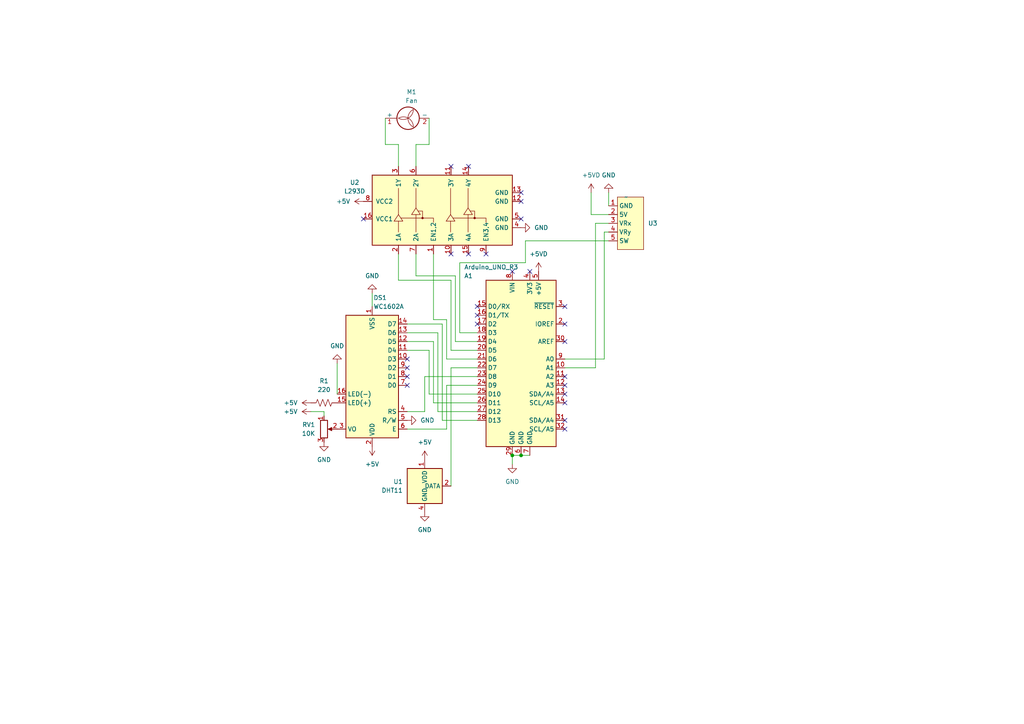
<source format=kicad_sch>
(kicad_sch (version 20230121) (generator eeschema)
  (paper "A4")
  (lib_symbols
    (symbol "Custom Library:Joystick_Module"
      (property "Reference" "U" (at 1.27 1.27 0))
      (symbol "Joystick_Module_1_1"
        (rectangle (start -2.54 0) (end 5.08 -15.24) (fill (type background)))
        (pin power_in line (at -5.08 -2.54 0) (length 2.54) (name "GND") (number "1"))
        (pin power_in line (at -5.08 -5.08 0) (length 2.54) (name "5V") (number "2"))
        (pin output line (at -5.08 -7.62 0) (length 2.54) (name "VRx") (number "3"))
        (pin output line (at -5.08 -10.16 0) (length 2.54) (name "VRy") (number "4"))
        (pin output line (at -5.08 -12.7 0) (length 2.54) (name "SW") (number "5"))
      )
    )
    (symbol "Device:R_Potentiometer" (pin_names (offset 1.016) hide)
      (property "Reference" "RV" (at -4.445 0 90))
      (property "Value" "R_Potentiometer" (at -2.54 0 90))
      (symbol "R_Potentiometer_0_1"
        (polyline (pts (xy 2.54 0) (xy 1.524 0)))
        (polyline (pts (xy 1.143 0) (xy 2.286 0.508) (xy 2.286 -0.508) (xy 1.143 0)) (fill (type outline)))
        (rectangle (start 1.016 2.54) (end -1.016 -2.54) (stroke (width 0.254)))
      )
      (symbol "R_Potentiometer_1_1"
        (pin passive line (at 0 3.81 270) (length 1.27) (name "1") (number "1"))
        (pin passive line (at 3.81 0 180) (length 1.27) (name "2") (number "2"))
        (pin passive line (at 0 -3.81 90) (length 1.27) (name "3") (number "3"))
      )
    )
    (symbol "Device:R_US" (pin_numbers hide) (pin_names (offset 0))
      (property "Reference" "R" (at 2.54 0 90))
      (property "Value" "R_US" (at -2.54 0 90))
      (symbol "R_US_0_1"
        (polyline (pts (xy 0 -2.286) (xy 0 -2.54)))
        (polyline (pts (xy 0 2.286) (xy 0 2.54)))
        (polyline (pts (xy 0 -0.762) (xy 1.016 -1.143) (xy 0 -1.524) (xy -1.016 -1.905) (xy 0 -2.286)))
        (polyline (pts (xy 0 0.762) (xy 1.016 0.381) (xy 0 0) (xy -1.016 -0.381) (xy 0 -0.762)))
        (polyline (pts (xy 0 2.286) (xy 1.016 1.905) (xy 0 1.524) (xy -1.016 1.143) (xy 0 0.762)))
      )
      (symbol "R_US_1_1"
        (pin passive line (at 0 3.81 270) (length 1.27) (name "~") (number "1"))
        (pin passive line (at 0 -3.81 90) (length 1.27) (name "~") (number "2"))
      )
    )
    (symbol "Display_Character:WC1602A"
      (property "Reference" "DS" (at -5.842 19.05 0))
      (property "Value" "WC1602A" (at 5.334 19.05 0))
      (symbol "WC1602A_1_1"
        (rectangle (start -7.62 17.78) (end 7.62 -17.78) (stroke (width 0.254)) (fill (type background)))
        (pin power_in line (at 0 -20.32 90) (length 2.54) (name "VSS") (number "1"))
        (pin input line (at -10.16 -5.08 0) (length 2.54) (name "D3") (number "10"))
        (pin input line (at -10.16 -7.62 0) (length 2.54) (name "D4") (number "11"))
        (pin input line (at -10.16 -10.16 0) (length 2.54) (name "D5") (number "12"))
        (pin input line (at -10.16 -12.7 0) (length 2.54) (name "D6") (number "13"))
        (pin input line (at -10.16 -15.24 0) (length 2.54) (name "D7") (number "14"))
        (pin power_in line (at 10.16 7.62 180) (length 2.54) (name "LED(+)") (number "15"))
        (pin power_in line (at 10.16 5.08 180) (length 2.54) (name "LED(-)") (number "16"))
        (pin power_in line (at 0 20.32 270) (length 2.54) (name "VDD") (number "2"))
        (pin input line (at 10.16 15.24 180) (length 2.54) (name "VO") (number "3"))
        (pin input line (at -10.16 10.16 0) (length 2.54) (name "RS") (number "4"))
        (pin input line (at -10.16 12.7 0) (length 2.54) (name "R/W") (number "5"))
        (pin input line (at -10.16 15.24 0) (length 2.54) (name "E") (number "6"))
        (pin input line (at -10.16 2.54 0) (length 2.54) (name "D0") (number "7"))
        (pin input line (at -10.16 0 0) (length 2.54) (name "D1") (number "8"))
        (pin input line (at -10.16 -2.54 0) (length 2.54) (name "D2") (number "9"))
      )
    )
    (symbol "Driver_Motor:L293D" (pin_names (offset 1.016))
      (property "Reference" "U" (at -5.08 26.035 0))
      (property "Value" "L293D" (at -5.08 24.13 0))
      (symbol "L293D_0_1"
        (rectangle (start -10.16 22.86) (end 10.16 -17.78) (stroke (width 0.254)) (fill (type background)))
        (circle (center -2.286 -6.858) (radius 0.254) (fill (type outline)))
        (circle (center -2.286 8.255) (radius 0.254) (fill (type outline)))
        (polyline (pts (xy -6.35 -4.953) (xy -1.27 -4.953)))
        (polyline (pts (xy -6.35 0.127) (xy -3.175 0.127)))
        (polyline (pts (xy -6.35 10.16) (xy -1.27 10.16)))
        (polyline (pts (xy -6.35 15.24) (xy -3.175 15.24)))
        (polyline (pts (xy -1.27 0.127) (xy 6.35 0.127)))
        (polyline (pts (xy -1.27 15.24) (xy 6.35 15.24)))
        (polyline (pts (xy 0.635 -4.953) (xy 6.35 -4.953)))
        (polyline (pts (xy 0.635 10.16) (xy 6.35 10.16)))
        (polyline (pts (xy -2.286 -6.858) (xy -0.254 -6.858) (xy -0.254 -5.588)))
        (polyline (pts (xy -2.286 -0.635) (xy -2.286 -10.16) (xy -3.556 -10.16)))
        (polyline (pts (xy -2.286 8.255) (xy -0.254 8.255) (xy -0.254 9.525)))
        (polyline (pts (xy -2.286 14.478) (xy -2.286 5.08) (xy -3.556 5.08)))
        (polyline (pts (xy -3.175 1.397) (xy -3.175 -1.143) (xy -1.27 0.127) (xy -3.175 1.397)))
        (polyline (pts (xy -3.175 16.51) (xy -3.175 13.97) (xy -1.27 15.24) (xy -3.175 16.51)))
        (polyline (pts (xy -1.27 -3.683) (xy -1.27 -6.223) (xy 0.635 -4.953) (xy -1.27 -3.683)))
        (polyline (pts (xy -1.27 11.43) (xy -1.27 8.89) (xy 0.635 10.16) (xy -1.27 11.43)))
      )
      (symbol "L293D_1_1"
        (pin input line (at -12.7 5.08 0) (length 2.54) (name "EN1,2") (number "1"))
        (pin input line (at -12.7 0 0) (length 2.54) (name "3A") (number "10"))
        (pin output line (at 12.7 0 180) (length 2.54) (name "3Y") (number "11"))
        (pin power_in line (at 2.54 -20.32 90) (length 2.54) (name "GND") (number "12"))
        (pin power_in line (at 5.08 -20.32 90) (length 2.54) (name "GND") (number "13"))
        (pin output line (at 12.7 -5.08 180) (length 2.54) (name "4Y") (number "14"))
        (pin input line (at -12.7 -5.08 0) (length 2.54) (name "4A") (number "15"))
        (pin power_in line (at -2.54 25.4 270) (length 2.54) (name "VCC1") (number "16"))
        (pin input line (at -12.7 15.24 0) (length 2.54) (name "1A") (number "2"))
        (pin output line (at 12.7 15.24 180) (length 2.54) (name "1Y") (number "3"))
        (pin power_in line (at -5.08 -20.32 90) (length 2.54) (name "GND") (number "4"))
        (pin power_in line (at -2.54 -20.32 90) (length 2.54) (name "GND") (number "5"))
        (pin output line (at 12.7 10.16 180) (length 2.54) (name "2Y") (number "6"))
        (pin input line (at -12.7 10.16 0) (length 2.54) (name "2A") (number "7"))
        (pin power_in line (at 2.54 25.4 270) (length 2.54) (name "VCC2") (number "8"))
        (pin input line (at -12.7 -10.16 0) (length 2.54) (name "EN3,4") (number "9"))
      )
    )
    (symbol "MCU_Module:Arduino_UNO_R3"
      (property "Reference" "A" (at -10.16 23.495 0))
      (property "Value" "Arduino_UNO_R3" (at 5.08 -26.67 0))
      (symbol "Arduino_UNO_R3_0_1"
        (rectangle (start -10.16 22.86) (end 10.16 -25.4) (stroke (width 0.254)) (fill (type background)))
      )
      (symbol "Arduino_UNO_R3_1_1"
        (pin no_connect line (at -10.16 -20.32 0) (length 2.54) hide (name "NC") (number "1"))
        (pin bidirectional line (at 12.7 -2.54 180) (length 2.54) (name "A1") (number "10"))
        (pin bidirectional line (at 12.7 -5.08 180) (length 2.54) (name "A2") (number "11"))
        (pin bidirectional line (at 12.7 -7.62 180) (length 2.54) (name "A3") (number "12"))
        (pin bidirectional line (at 12.7 -10.16 180) (length 2.54) (name "SDA/A4") (number "13"))
        (pin bidirectional line (at 12.7 -12.7 180) (length 2.54) (name "SCL/A5") (number "14"))
        (pin bidirectional line (at -12.7 15.24 0) (length 2.54) (name "D0/RX") (number "15"))
        (pin bidirectional line (at -12.7 12.7 0) (length 2.54) (name "D1/TX") (number "16"))
        (pin bidirectional line (at -12.7 10.16 0) (length 2.54) (name "D2") (number "17"))
        (pin bidirectional line (at -12.7 7.62 0) (length 2.54) (name "D3") (number "18"))
        (pin bidirectional line (at -12.7 5.08 0) (length 2.54) (name "D4") (number "19"))
        (pin output line (at 12.7 10.16 180) (length 2.54) (name "IOREF") (number "2"))
        (pin bidirectional line (at -12.7 2.54 0) (length 2.54) (name "D5") (number "20"))
        (pin bidirectional line (at -12.7 0 0) (length 2.54) (name "D6") (number "21"))
        (pin bidirectional line (at -12.7 -2.54 0) (length 2.54) (name "D7") (number "22"))
        (pin bidirectional line (at -12.7 -5.08 0) (length 2.54) (name "D8") (number "23"))
        (pin bidirectional line (at -12.7 -7.62 0) (length 2.54) (name "D9") (number "24"))
        (pin bidirectional line (at -12.7 -10.16 0) (length 2.54) (name "D10") (number "25"))
        (pin bidirectional line (at -12.7 -12.7 0) (length 2.54) (name "D11") (number "26"))
        (pin bidirectional line (at -12.7 -15.24 0) (length 2.54) (name "D12") (number "27"))
        (pin bidirectional line (at -12.7 -17.78 0) (length 2.54) (name "D13") (number "28"))
        (pin power_in line (at -2.54 -27.94 90) (length 2.54) (name "GND") (number "29"))
        (pin input line (at 12.7 15.24 180) (length 2.54) (name "~{RESET}") (number "3"))
        (pin input line (at 12.7 5.08 180) (length 2.54) (name "AREF") (number "30"))
        (pin bidirectional line (at 12.7 -17.78 180) (length 2.54) (name "SDA/A4") (number "31"))
        (pin bidirectional line (at 12.7 -20.32 180) (length 2.54) (name "SCL/A5") (number "32"))
        (pin power_out line (at 2.54 25.4 270) (length 2.54) (name "3V3") (number "4"))
        (pin power_out line (at 5.08 25.4 270) (length 2.54) (name "+5V") (number "5"))
        (pin power_in line (at 0 -27.94 90) (length 2.54) (name "GND") (number "6"))
        (pin power_in line (at 2.54 -27.94 90) (length 2.54) (name "GND") (number "7"))
        (pin power_in line (at -2.54 25.4 270) (length 2.54) (name "VIN") (number "8"))
        (pin bidirectional line (at 12.7 0 180) (length 2.54) (name "A0") (number "9"))
      )
    )
    (symbol "Motor:Fan" (pin_names (offset 0))
      (property "Reference" "M" (at 2.54 5.08 0))
      (property "Value" "Fan" (at 2.54 -2.54 0))
      (symbol "Fan_0_1"
        (arc (start -2.54 -0.508) (mid 0.0028 0.9121) (end 0 3.81))
        (polyline (pts (xy 0 -5.08) (xy 0 -4.572)))
        (polyline (pts (xy 0 -2.2352) (xy 0 -2.6416)))
        (polyline (pts (xy 0 4.2672) (xy 0 4.6228)))
        (polyline (pts (xy 0 4.572) (xy 0 5.08)))
        (circle (center 0 1.016) (radius 3.2512) (stroke (width 0.254)))
        (arc (start 0 3.81) (mid 0.053 0.921) (end 2.54 -0.508))
        (arc (start 2.54 -0.508) (mid 0 1.0618) (end -2.54 -0.508))
      )
      (symbol "Fan_1_1"
        (pin passive line (at 0 7.62 270) (length 2.54) (name "+") (number "1"))
        (pin passive line (at 0 -5.08 90) (length 2.54) (name "-") (number "2"))
      )
    )
    (symbol "Sensor:DHT11"
      (property "Reference" "U" (at -3.81 6.35 0))
      (property "Value" "DHT11" (at 3.81 6.35 0))
      (symbol "DHT11_0_1"
        (rectangle (start -5.08 5.08) (end 5.08 -5.08) (stroke (width 0.254)) (fill (type background)))
      )
      (symbol "DHT11_1_1"
        (pin power_in line (at 0 7.62 270) (length 2.54) (name "VDD") (number "1"))
        (pin bidirectional line (at 7.62 0 180) (length 2.54) (name "DATA") (number "2"))
        (pin no_connect line (at -5.08 0 0) (length 2.54) hide (name "NC") (number "3"))
        (pin power_in line (at 0 -7.62 90) (length 2.54) (name "GND") (number "4"))
      )
    )
    (symbol "power:+5V" (power) (pin_names (offset 0))
      (property "Value" "+5V" (at 0 3.556 0))
      (symbol "+5V_0_1"
        (polyline (pts (xy -0.762 1.27) (xy 0 2.54)))
        (polyline (pts (xy 0 0) (xy 0 2.54)))
        (polyline (pts (xy 0 2.54) (xy 0.762 1.27)))
      )
      (symbol "+5V_1_1"
        (pin power_in line (at 0 0 90) (length 0) hide (name "+5V") (number "1"))
      )
    )
    (symbol "power:+5VD" (power) (pin_names (offset 0))
      (property "Value" "+5VD" (at 0 3.556 0))
      (symbol "+5VD_0_1"
        (polyline (pts (xy -0.762 1.27) (xy 0 2.54)))
        (polyline (pts (xy 0 0) (xy 0 2.54)))
        (polyline (pts (xy 0 2.54) (xy 0.762 1.27)))
      )
      (symbol "+5VD_1_1"
        (pin power_in line (at 0 0 90) (length 0) hide (name "+5VD") (number "1"))
      )
    )
    (symbol "power:GND" (power) (pin_names (offset 0))
      (property "Value" "GND" (at 0 -3.81 0))
      (symbol "GND_0_1"
        (polyline (pts (xy 0 0) (xy 0 -1.27) (xy 1.27 -1.27) (xy 0 -2.54) (xy -1.27 -1.27) (xy 0 -1.27)))
      )
      (symbol "GND_1_1"
        (pin power_in line (at 0 0 270) (length 0) hide (name "GND") (number "1"))
      )
    )
  )
  (junction (at 148.59 132.08))
  (junction (at 151.13 132.08))
  (no_connect (at 153.67 78.74))
  (no_connect (at 163.83 88.9))
  (no_connect (at 130.81 73.66))
  (no_connect (at 163.83 111.76))
  (no_connect (at 151.13 58.42))
  (no_connect (at 130.81 48.26))
  (no_connect (at 118.11 111.76))
  (no_connect (at 151.13 63.5))
  (no_connect (at 163.83 124.46))
  (no_connect (at 151.13 55.88))
  (no_connect (at 140.97 73.66))
  (no_connect (at 148.59 78.74))
  (no_connect (at 118.11 104.14))
  (no_connect (at 138.43 93.98))
  (no_connect (at 163.83 114.3))
  (no_connect (at 163.83 109.22))
  (no_connect (at 163.83 116.84))
  (no_connect (at 138.43 91.44))
  (no_connect (at 138.43 88.9))
  (no_connect (at 163.83 99.06))
  (no_connect (at 135.89 48.26))
  (no_connect (at 105.41 63.5))
  (no_connect (at 163.83 93.98))
  (no_connect (at 135.89 73.66))
  (no_connect (at 163.83 121.92))
  (no_connect (at 118.11 109.22))
  (no_connect (at 118.11 106.68))
  (wire (pts (xy 148.59 132.08) (xy 151.13 132.08)))
  (wire (pts (xy 152.4 76.2) (xy 152.4 69.85)))
  (wire (pts (xy 129.54 111.76) (xy 138.43 111.76)))
  (wire (pts (xy 111.76 41.91) (xy 111.76 34.29)))
  (wire (pts (xy 120.65 80.01) (xy 120.65 73.66)))
  (wire (pts (xy 118.11 119.38) (xy 123.19 119.38)))
  (wire (pts (xy 133.35 96.52) (xy 133.35 76.2)))
  (wire (pts (xy 125.73 99.06) (xy 125.73 116.84)))
  (wire (pts (xy 125.73 92.71) (xy 125.73 73.66)))
  (wire (pts (xy 118.11 93.98) (xy 128.27 93.98)))
  (wire (pts (xy 115.57 48.26) (xy 115.57 41.91)))
  (wire (pts (xy 138.43 96.52) (xy 133.35 96.52)))
  (wire (pts (xy 115.57 41.91) (xy 111.76 41.91)))
  (wire (pts (xy 125.73 116.84) (xy 138.43 116.84)))
  (wire (pts (xy 176.53 67.31) (xy 175.26 67.31)))
  (wire (pts (xy 118.11 96.52) (xy 127 96.52)))
  (wire (pts (xy 130.81 140.97) (xy 130.81 106.68)))
  (wire (pts (xy 138.43 101.6) (xy 130.81 101.6)))
  (wire (pts (xy 118.11 99.06) (xy 125.73 99.06)))
  (wire (pts (xy 90.17 119.38) (xy 93.98 119.38)))
  (wire (pts (xy 132.08 80.01) (xy 120.65 80.01)))
  (wire (pts (xy 127 96.52) (xy 127 119.38)))
  (wire (pts (xy 152.4 69.85) (xy 176.53 69.85)))
  (wire (pts (xy 124.46 34.29) (xy 124.46 41.91)))
  (wire (pts (xy 132.08 99.06) (xy 132.08 80.01)))
  (wire (pts (xy 129.54 124.46) (xy 129.54 111.76)))
  (wire (pts (xy 151.13 132.08) (xy 153.67 132.08)))
  (wire (pts (xy 97.79 105.41) (xy 97.79 114.3)))
  (wire (pts (xy 129.54 104.14) (xy 129.54 92.71)))
  (wire (pts (xy 118.11 101.6) (xy 124.46 101.6)))
  (wire (pts (xy 172.72 64.77) (xy 172.72 106.68)))
  (wire (pts (xy 129.54 92.71) (xy 125.73 92.71)))
  (wire (pts (xy 120.65 48.26) (xy 120.65 41.91)))
  (wire (pts (xy 127 119.38) (xy 138.43 119.38)))
  (wire (pts (xy 130.81 81.28) (xy 130.81 101.6)))
  (wire (pts (xy 172.72 106.68) (xy 163.83 106.68)))
  (wire (pts (xy 115.57 81.28) (xy 115.57 73.66)))
  (wire (pts (xy 130.81 81.28) (xy 115.57 81.28)))
  (wire (pts (xy 176.53 64.77) (xy 172.72 64.77)))
  (wire (pts (xy 128.27 121.92) (xy 138.43 121.92)))
  (wire (pts (xy 176.53 55.88) (xy 176.53 59.69)))
  (wire (pts (xy 175.26 104.14) (xy 163.83 104.14)))
  (wire (pts (xy 130.81 106.68) (xy 138.43 106.68)))
  (wire (pts (xy 148.59 134.62) (xy 148.59 132.08)))
  (wire (pts (xy 175.26 67.31) (xy 175.26 104.14)))
  (wire (pts (xy 123.19 109.22) (xy 138.43 109.22)))
  (wire (pts (xy 118.11 124.46) (xy 129.54 124.46)))
  (wire (pts (xy 128.27 93.98) (xy 128.27 121.92)))
  (wire (pts (xy 124.46 114.3) (xy 138.43 114.3)))
  (wire (pts (xy 124.46 101.6) (xy 124.46 114.3)))
  (wire (pts (xy 120.65 41.91) (xy 124.46 41.91)))
  (wire (pts (xy 93.98 119.38) (xy 93.98 120.65)))
  (wire (pts (xy 107.95 85.09) (xy 107.95 88.9)))
  (wire (pts (xy 133.35 76.2) (xy 152.4 76.2)))
  (wire (pts (xy 123.19 119.38) (xy 123.19 109.22)))
  (wire (pts (xy 138.43 104.14) (xy 129.54 104.14)))
  (wire (pts (xy 171.45 62.23) (xy 171.45 55.88)))
  (wire (pts (xy 176.53 62.23) (xy 171.45 62.23)))
  (wire (pts (xy 138.43 99.06) (xy 132.08 99.06)))
  (symbol (lib_id "MCU_Module:Arduino_UNO_R3") (at 151.13 104.14 0) (unit 1)
    (property "Reference" "A1" (at 134.62 80.01 0) (effects (justify left)))
    (property "Value" "Arduino_UNO_R3" (at 134.62 77.47 0) (effects (justify left)))
    (property "Footprint" "Module:Arduino_UNO_R3" (effects hide))
    (property "Datasheet" "https://www.arduino.cc/en/Main/arduinoBoardUno" (effects hide))
  )
  (symbol (lib_id "power:GND") (at 107.95 85.09 180) (unit 1)
    (property "Reference" "#PWR01" (effects hide))
    (property "Value" "GND" (at 107.95 80.01 0))
  )
  (symbol (lib_id "power:GND") (at 148.59 134.62 0) (unit 1)
    (property "Reference" "#PWR013" (effects hide))
    (property "Value" "GND" (at 148.59 139.7 0))
  )
  (symbol (lib_id "power:+5V") (at 105.41 58.42 90) (unit 1)
    (property "Reference" "#PWR012" (effects hide))
    (property "Value" "+5V" (at 101.6 58.42 90) (effects (justify left)))
  )
  (symbol (lib_id "power:GND") (at 151.13 66.04 90) (unit 1)
    (property "Reference" "#PWR011" (effects hide))
    (property "Value" "GND" (at 154.94 66.04 90) (effects (justify right)))
  )
  (symbol (lib_id "power:GND") (at 93.98 128.27 0) (unit 1)
    (property "Reference" "#PWR07" (effects hide))
    (property "Value" "GND" (at 93.98 133.35 0))
  )
  (symbol (lib_id "power:GND") (at 123.19 148.59 0) (unit 1)
    (property "Reference" "#PWR09" (effects hide))
    (property "Value" "GND" (at 123.19 153.67 0))
  )
  (symbol (lib_id "Motor:Fan") (at 119.38 34.29 90) (unit 1)
    (property "Reference" "M1" (at 119.38 26.67 90))
    (property "Value" "Fan" (at 119.38 29.21 90))
  )
  (symbol (lib_id "power:+5VD") (at 156.21 78.74 0) (unit 1)
    (property "Reference" "#PWR02" (effects hide))
    (property "Value" "+5VD" (at 156.21 73.66 0))
  )
  (symbol (lib_id "power:+5V") (at 90.17 116.84 90) (unit 1)
    (property "Reference" "#PWR04" (effects hide))
    (property "Value" "+5V" (at 86.36 116.84 90) (effects (justify left)))
  )
  (symbol (lib_id "power:+5VD") (at 171.45 55.88 0) (unit 1)
    (property "Reference" "#PWR015" (effects hide))
    (property "Value" "+5VD" (at 171.45 50.8 0))
  )
  (symbol (lib_id "Driver_Motor:L293D") (at 130.81 60.96 90) (unit 1)
    (property "Reference" "U2" (at 102.87 52.9239 90))
    (property "Value" "L293D" (at 102.87 55.4639 90))
    (property "Footprint" "Package_DIP:DIP-16_W7.62mm" (effects hide))
    (property "Datasheet" "http://www.ti.com/lit/ds/symlink/l293.pdf" (effects hide))
  )
  (symbol (lib_id "Sensor:DHT11") (at 123.19 140.97 0) (unit 1)
    (property "Reference" "U1" (at 116.84 139.7 0) (effects (justify right)))
    (property "Value" "DHT11" (at 116.84 142.24 0) (effects (justify right)))
    (property "Footprint" "Sensor:Aosong_DHT11_5.5x12.0_P2.54mm" (effects hide))
    (property "Datasheet" "http://akizukidenshi.com/download/ds/aosong/DHT11.pdf" (effects hide))
  )
  (symbol (lib_id "power:GND") (at 118.11 121.92 90) (unit 1)
    (property "Reference" "#PWR05" (effects hide))
    (property "Value" "GND" (at 121.92 121.92 90) (effects (justify right)))
  )
  (symbol (lib_id "power:GND") (at 176.53 55.88 180) (unit 1)
    (property "Reference" "#PWR014" (effects hide))
    (property "Value" "GND" (at 176.53 50.8 0))
  )
  (symbol (lib_id "Device:R_Potentiometer") (at 93.98 124.46 0) (unit 1)
    (property "Reference" "RV1" (at 91.44 123.19 0) (effects (justify right)))
    (property "Value" "10K" (at 91.44 125.73 0) (effects (justify right)))
  )
  (symbol (lib_id "power:GND") (at 97.79 105.41 180) (unit 1)
    (property "Reference" "#PWR03" (effects hide))
    (property "Value" "GND" (at 97.79 100.33 0))
  )
  (symbol (lib_id "power:+5V") (at 107.95 129.54 180) (unit 1)
    (property "Reference" "#PWR06" (effects hide))
    (property "Value" "+5V" (at 107.95 134.62 0))
  )
  (symbol (lib_id "Device:R_US") (at 93.98 116.84 270) (unit 1)
    (property "Reference" "R1" (at 93.98 110.49 90))
    (property "Value" "220" (at 93.98 113.03 90))
  )
  (symbol (lib_id "Custom Library:Joystick_Module") (at 181.61 57.15 0) (unit 1)
    (property "Reference" "U3" (at 187.96 64.77 0) (effects (justify left)))
    (property "Value" "~" (at 181.61 57.15 0))
  )
  (symbol (lib_id "Display_Character:WC1602A") (at 107.95 109.22 180) (unit 1)
    (property "Reference" "DS1" (at 108.2959 86.36 0) (effects (justify right)))
    (property "Value" "WC1602A" (at 108.2959 88.9 0) (effects (justify right)))
    (property "Footprint" "Display:WC1602A" (effects hide))
    (property "Datasheet" "http://www.wincomlcd.com/pdf/WC1602A-SFYLYHTC06.pdf" (effects hide))
  )
  (symbol (lib_id "power:+5V") (at 90.17 119.38 90) (unit 1)
    (property "Reference" "#PWR08" (effects hide))
    (property "Value" "+5V" (at 86.36 119.38 90) (effects (justify left)))
  )
  (symbol (lib_id "power:+5V") (at 123.19 133.35 0) (unit 1)
    (property "Reference" "#PWR010" (effects hide))
    (property "Value" "+5V" (at 123.19 128.27 0))
  )
)
</source>
